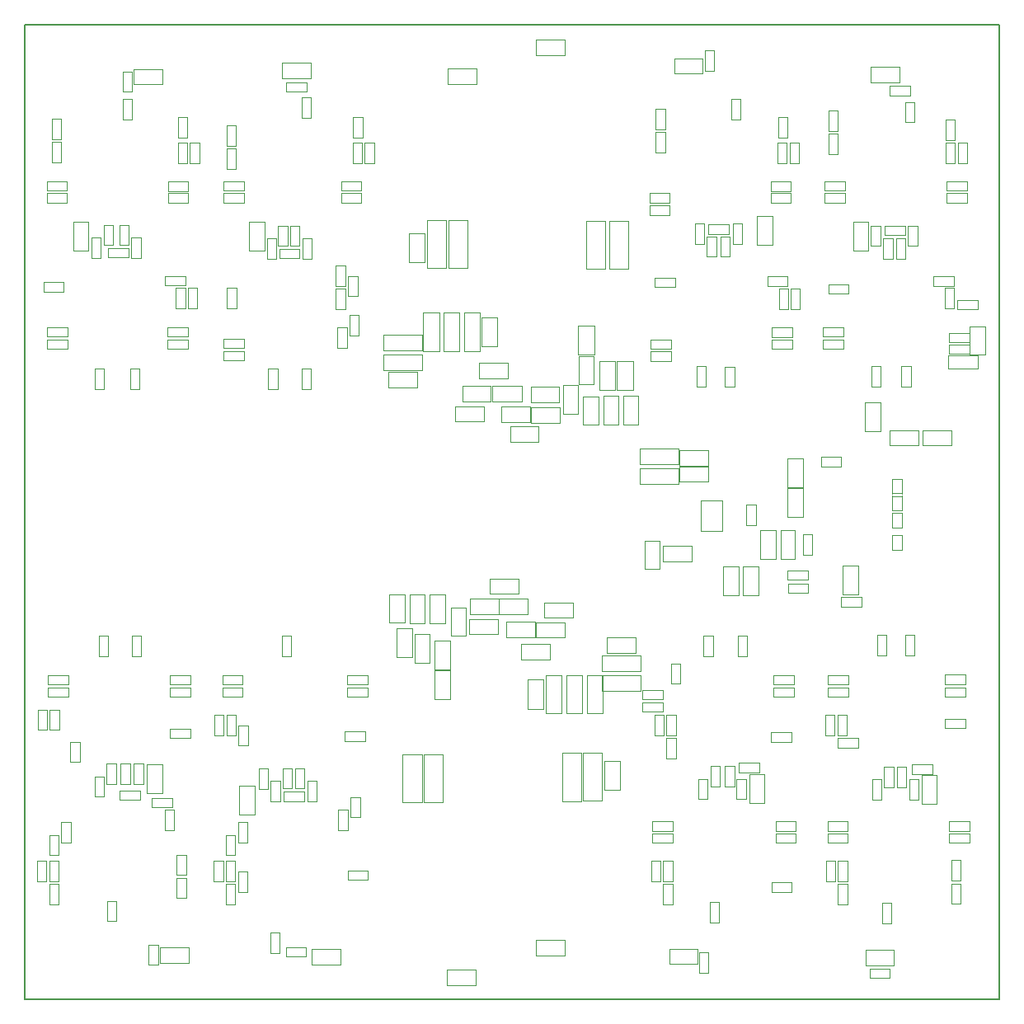
<source format=gbr>
G04 (created by PCBNEW (2013-05-16 BZR 4016)-stable) date 12. 1. 2014 16:37:22*
%MOIN*%
G04 Gerber Fmt 3.4, Leading zero omitted, Abs format*
%FSLAX34Y34*%
G01*
G70*
G90*
G04 APERTURE LIST*
%ADD10C,0.00590551*%
%ADD11C,0.002*%
G04 APERTURE END LIST*
G54D10*
X38779Y-61023D02*
X78149Y-61023D01*
X78149Y-61023D02*
X78149Y-21653D01*
X78149Y-21653D02*
X38779Y-21653D01*
X38779Y-21653D02*
X38779Y-61023D01*
G54D11*
X59441Y-22231D02*
X60599Y-22231D01*
X60599Y-22231D02*
X60599Y-22868D01*
X60589Y-22868D02*
X59431Y-22868D01*
X59431Y-22868D02*
X59431Y-22231D01*
X56666Y-29538D02*
X56666Y-31484D01*
X55892Y-31484D02*
X55892Y-29538D01*
X55892Y-29538D02*
X56666Y-29538D01*
X56666Y-31484D02*
X55892Y-31484D01*
X55800Y-29538D02*
X55800Y-31484D01*
X55026Y-31484D02*
X55026Y-29538D01*
X55026Y-29538D02*
X55800Y-29538D01*
X55800Y-31484D02*
X55026Y-31484D01*
X62237Y-29558D02*
X62237Y-31504D01*
X61463Y-31504D02*
X61463Y-29558D01*
X61463Y-29558D02*
X62237Y-29558D01*
X62237Y-31504D02*
X61463Y-31504D01*
X63162Y-29558D02*
X63162Y-31504D01*
X62388Y-31504D02*
X62388Y-29558D01*
X62388Y-29558D02*
X63162Y-29558D01*
X63162Y-31504D02*
X62388Y-31504D01*
X60498Y-53029D02*
X60498Y-51083D01*
X61272Y-51083D02*
X61272Y-53029D01*
X61272Y-53029D02*
X60498Y-53029D01*
X60498Y-51083D02*
X61272Y-51083D01*
X61325Y-53009D02*
X61325Y-51063D01*
X62099Y-51063D02*
X62099Y-53009D01*
X62099Y-53009D02*
X61325Y-53009D01*
X61325Y-51063D02*
X62099Y-51063D01*
X54888Y-53079D02*
X54888Y-51133D01*
X55662Y-51133D02*
X55662Y-53079D01*
X55662Y-53079D02*
X54888Y-53079D01*
X54888Y-51133D02*
X55662Y-51133D01*
X54042Y-53079D02*
X54042Y-51133D01*
X54816Y-51133D02*
X54816Y-53079D01*
X54816Y-53079D02*
X54042Y-53079D01*
X54042Y-51133D02*
X54816Y-51133D01*
X74215Y-41377D02*
X74215Y-41968D01*
X74215Y-41966D02*
X73835Y-41966D01*
X73835Y-41968D02*
X73835Y-41377D01*
X73835Y-41379D02*
X74215Y-41379D01*
X74215Y-40688D02*
X74215Y-41279D01*
X74215Y-41277D02*
X73835Y-41277D01*
X73835Y-41279D02*
X73835Y-40688D01*
X73835Y-40690D02*
X74215Y-40690D01*
X74225Y-42283D02*
X74225Y-42874D01*
X74225Y-42872D02*
X73845Y-42872D01*
X73845Y-42874D02*
X73845Y-42283D01*
X73845Y-42285D02*
X74225Y-42285D01*
X74215Y-40000D02*
X74215Y-40590D01*
X74215Y-40588D02*
X73835Y-40588D01*
X73835Y-40590D02*
X73835Y-40000D01*
X73835Y-40001D02*
X74215Y-40001D01*
X69894Y-42058D02*
X69894Y-43216D01*
X69894Y-43226D02*
X69337Y-43226D01*
X69337Y-43226D02*
X69337Y-42068D01*
X69337Y-42058D02*
X69894Y-42058D01*
X76113Y-34996D02*
X77271Y-34996D01*
X77281Y-34996D02*
X77281Y-35554D01*
X77281Y-35554D02*
X76123Y-35554D01*
X76113Y-35554D02*
X76113Y-34996D01*
X66099Y-42114D02*
X66099Y-40857D01*
X66099Y-40857D02*
X66951Y-40857D01*
X66951Y-40867D02*
X66951Y-42104D01*
X66951Y-42114D02*
X66099Y-42114D01*
X44338Y-24048D02*
X43180Y-24048D01*
X43180Y-24048D02*
X43180Y-23431D01*
X43180Y-23431D02*
X44338Y-23431D01*
X44338Y-23431D02*
X44338Y-24048D01*
X50332Y-23802D02*
X49174Y-23802D01*
X49174Y-23802D02*
X49174Y-23185D01*
X49174Y-23185D02*
X50332Y-23185D01*
X50332Y-23185D02*
X50332Y-23802D01*
X48448Y-29617D02*
X48448Y-30775D01*
X48448Y-30775D02*
X47831Y-30775D01*
X47831Y-30775D02*
X47831Y-29617D01*
X47831Y-29617D02*
X48448Y-29617D01*
X41331Y-29598D02*
X41331Y-30756D01*
X41331Y-30756D02*
X40715Y-30756D01*
X40715Y-30756D02*
X40715Y-29598D01*
X40715Y-29598D02*
X41331Y-29598D01*
X43707Y-52695D02*
X43707Y-51537D01*
X43707Y-51537D02*
X44324Y-51537D01*
X44324Y-51537D02*
X44324Y-52695D01*
X44324Y-52695D02*
X43707Y-52695D01*
X47437Y-53571D02*
X47437Y-52413D01*
X47437Y-52413D02*
X48054Y-52413D01*
X48054Y-52413D02*
X48054Y-53571D01*
X48054Y-53571D02*
X47437Y-53571D01*
X45391Y-59570D02*
X44233Y-59570D01*
X44233Y-59570D02*
X44233Y-58953D01*
X44233Y-58953D02*
X45391Y-58953D01*
X45391Y-58953D02*
X45391Y-59570D01*
X51523Y-59629D02*
X50365Y-59629D01*
X50365Y-59629D02*
X50365Y-59012D01*
X50365Y-59012D02*
X51523Y-59012D01*
X51523Y-59012D02*
X51523Y-59629D01*
X64814Y-58992D02*
X65972Y-58992D01*
X65972Y-58992D02*
X65972Y-59609D01*
X65972Y-59609D02*
X64814Y-59609D01*
X64814Y-59609D02*
X64814Y-58992D01*
X72747Y-59051D02*
X73905Y-59051D01*
X73905Y-59051D02*
X73905Y-59668D01*
X73905Y-59668D02*
X72747Y-59668D01*
X72747Y-59668D02*
X72747Y-59051D01*
X68057Y-53108D02*
X68057Y-51950D01*
X68057Y-51950D02*
X68674Y-51950D01*
X68674Y-51950D02*
X68674Y-53108D01*
X68674Y-53108D02*
X68057Y-53108D01*
X75016Y-53138D02*
X75016Y-51980D01*
X75016Y-51980D02*
X75633Y-51980D01*
X75633Y-51980D02*
X75633Y-53138D01*
X75633Y-53138D02*
X75016Y-53138D01*
X68989Y-29381D02*
X68989Y-30539D01*
X68989Y-30539D02*
X68372Y-30539D01*
X68372Y-30539D02*
X68372Y-29381D01*
X68372Y-29381D02*
X68989Y-29381D01*
X72867Y-29598D02*
X72867Y-30756D01*
X72867Y-30756D02*
X72250Y-30756D01*
X72250Y-30756D02*
X72250Y-29598D01*
X72250Y-29598D02*
X72867Y-29598D01*
X65021Y-22998D02*
X66179Y-22998D01*
X66179Y-22998D02*
X66179Y-23615D01*
X66179Y-23615D02*
X65021Y-23615D01*
X65021Y-23615D02*
X65021Y-22998D01*
X72974Y-23353D02*
X74132Y-23353D01*
X74132Y-23353D02*
X74132Y-23969D01*
X74132Y-23969D02*
X72974Y-23969D01*
X72974Y-23969D02*
X72974Y-23353D01*
X59091Y-49279D02*
X59091Y-48121D01*
X59091Y-48121D02*
X59727Y-48121D01*
X59727Y-48131D02*
X59727Y-49289D01*
X59727Y-49289D02*
X59091Y-49289D01*
X57240Y-34634D02*
X57240Y-33476D01*
X57240Y-33476D02*
X57877Y-33476D01*
X57877Y-33485D02*
X57877Y-34643D01*
X57877Y-34643D02*
X57240Y-34643D01*
X53476Y-35666D02*
X54634Y-35666D01*
X54634Y-35666D02*
X54634Y-36302D01*
X54624Y-36302D02*
X53466Y-36302D01*
X53466Y-36302D02*
X53466Y-35666D01*
X57029Y-24038D02*
X55871Y-24038D01*
X55871Y-24038D02*
X55871Y-23401D01*
X55880Y-23401D02*
X57038Y-23401D01*
X57038Y-23401D02*
X57038Y-24038D01*
X56989Y-60463D02*
X55831Y-60463D01*
X55831Y-60463D02*
X55831Y-59826D01*
X55840Y-59826D02*
X56998Y-59826D01*
X56998Y-59826D02*
X56998Y-60463D01*
X59441Y-58641D02*
X60599Y-58641D01*
X60599Y-58641D02*
X60599Y-59278D01*
X60589Y-59278D02*
X59431Y-59278D01*
X59431Y-59278D02*
X59431Y-58641D01*
X66386Y-39491D02*
X65228Y-39491D01*
X65228Y-39491D02*
X65228Y-38855D01*
X65237Y-38855D02*
X66395Y-38855D01*
X66395Y-38855D02*
X66395Y-39491D01*
X66386Y-40101D02*
X65228Y-40101D01*
X65228Y-40101D02*
X65228Y-39465D01*
X65237Y-39465D02*
X66395Y-39465D01*
X66395Y-39465D02*
X66395Y-40101D01*
X64578Y-42693D02*
X65736Y-42693D01*
X65736Y-42693D02*
X65736Y-43329D01*
X65726Y-43329D02*
X64568Y-43329D01*
X64568Y-43329D02*
X64568Y-42693D01*
X57940Y-44840D02*
X59098Y-44840D01*
X59098Y-44840D02*
X59098Y-45477D01*
X59088Y-45477D02*
X57930Y-45477D01*
X57930Y-45477D02*
X57930Y-44840D01*
X57909Y-45469D02*
X56751Y-45469D01*
X56751Y-45469D02*
X56751Y-44832D01*
X56760Y-44832D02*
X57918Y-44832D01*
X57918Y-44832D02*
X57918Y-45469D01*
X53796Y-47193D02*
X53796Y-46035D01*
X53796Y-46035D02*
X54432Y-46035D01*
X54432Y-46045D02*
X54432Y-47203D01*
X54432Y-47203D02*
X53796Y-47203D01*
X62181Y-52557D02*
X62181Y-51399D01*
X62181Y-51399D02*
X62818Y-51399D01*
X62818Y-51409D02*
X62818Y-52567D01*
X62818Y-52567D02*
X62181Y-52567D01*
X58854Y-46666D02*
X60012Y-46666D01*
X60012Y-46666D02*
X60012Y-47303D01*
X60002Y-47303D02*
X58844Y-47303D01*
X58844Y-47303D02*
X58844Y-46666D01*
X62295Y-46414D02*
X63453Y-46414D01*
X63453Y-46414D02*
X63453Y-47050D01*
X63443Y-47050D02*
X62285Y-47050D01*
X62285Y-47050D02*
X62285Y-46414D01*
X58243Y-45784D02*
X59401Y-45784D01*
X59401Y-45784D02*
X59401Y-46421D01*
X59391Y-46421D02*
X58233Y-46421D01*
X58233Y-46421D02*
X58233Y-45784D01*
X55963Y-47753D02*
X55963Y-48911D01*
X55963Y-48911D02*
X55326Y-48911D01*
X55326Y-48901D02*
X55326Y-47743D01*
X55326Y-47743D02*
X55963Y-47743D01*
X59201Y-37693D02*
X58043Y-37693D01*
X58043Y-37693D02*
X58043Y-37056D01*
X58052Y-37056D02*
X59210Y-37056D01*
X59210Y-37056D02*
X59210Y-37693D01*
X59247Y-37103D02*
X60405Y-37103D01*
X60405Y-37103D02*
X60405Y-37740D01*
X60395Y-37740D02*
X59237Y-37740D01*
X59237Y-37740D02*
X59237Y-37103D01*
X63349Y-35247D02*
X63349Y-36405D01*
X63349Y-36405D02*
X62713Y-36405D01*
X62713Y-36395D02*
X62713Y-35237D01*
X62713Y-35237D02*
X63349Y-35237D01*
X54924Y-30090D02*
X54924Y-31248D01*
X54924Y-31248D02*
X54288Y-31248D01*
X54288Y-31238D02*
X54288Y-30080D01*
X54288Y-30080D02*
X54924Y-30080D01*
X58303Y-35953D02*
X57145Y-35953D01*
X57145Y-35953D02*
X57145Y-35316D01*
X57154Y-35316D02*
X58312Y-35316D01*
X58312Y-35316D02*
X58312Y-35953D01*
X58838Y-36866D02*
X57680Y-36866D01*
X57680Y-36866D02*
X57680Y-36229D01*
X57689Y-36229D02*
X58847Y-36229D01*
X58847Y-36229D02*
X58847Y-36866D01*
X61145Y-34978D02*
X61145Y-33820D01*
X61145Y-33820D02*
X61782Y-33820D01*
X61782Y-33829D02*
X61782Y-34987D01*
X61782Y-34987D02*
X61145Y-34987D01*
X63633Y-39563D02*
X65185Y-39563D01*
X65185Y-40199D02*
X63633Y-40199D01*
X63633Y-40199D02*
X63633Y-39563D01*
X65185Y-39563D02*
X65185Y-40199D01*
X63633Y-38756D02*
X65185Y-38756D01*
X65185Y-39392D02*
X63633Y-39392D01*
X63633Y-39392D02*
X63633Y-38756D01*
X65185Y-38756D02*
X65185Y-39392D01*
X60475Y-47924D02*
X60475Y-49476D01*
X59839Y-49476D02*
X59839Y-47924D01*
X59839Y-47924D02*
X60475Y-47924D01*
X60475Y-49476D02*
X59839Y-49476D01*
X61302Y-47924D02*
X61302Y-49476D01*
X60666Y-49476D02*
X60666Y-47924D01*
X60666Y-47924D02*
X61302Y-47924D01*
X61302Y-49476D02*
X60666Y-49476D01*
X62129Y-47924D02*
X62129Y-49476D01*
X61492Y-49476D02*
X61492Y-47924D01*
X61492Y-47924D02*
X62129Y-47924D01*
X62129Y-49476D02*
X61492Y-49476D01*
X62098Y-47949D02*
X63650Y-47949D01*
X63650Y-48585D02*
X62098Y-48585D01*
X62098Y-48585D02*
X62098Y-47949D01*
X63650Y-47949D02*
X63650Y-48585D01*
X62098Y-47122D02*
X63650Y-47122D01*
X63650Y-47759D02*
X62098Y-47759D01*
X62098Y-47759D02*
X62098Y-47122D01*
X63650Y-47122D02*
X63650Y-47759D01*
X56532Y-34831D02*
X56532Y-33279D01*
X57168Y-33279D02*
X57168Y-34831D01*
X57168Y-34831D02*
X56532Y-34831D01*
X56532Y-33279D02*
X57168Y-33279D01*
X55705Y-34831D02*
X55705Y-33279D01*
X56341Y-33279D02*
X56341Y-34831D01*
X56341Y-34831D02*
X55705Y-34831D01*
X55705Y-33279D02*
X56341Y-33279D01*
X54878Y-34831D02*
X54878Y-33279D01*
X55514Y-33279D02*
X55514Y-34831D01*
X55514Y-34831D02*
X54878Y-34831D01*
X54878Y-33279D02*
X55514Y-33279D01*
X54831Y-34806D02*
X53279Y-34806D01*
X53279Y-34170D02*
X54831Y-34170D01*
X54831Y-34170D02*
X54831Y-34806D01*
X53279Y-34806D02*
X53279Y-34170D01*
X54831Y-35593D02*
X53279Y-35593D01*
X53279Y-34957D02*
X54831Y-34957D01*
X54831Y-34957D02*
X54831Y-35593D01*
X53279Y-35593D02*
X53279Y-34957D01*
X68418Y-43535D02*
X68418Y-44693D01*
X68418Y-44693D02*
X67801Y-44693D01*
X67801Y-44693D02*
X67801Y-43535D01*
X67801Y-43535D02*
X68418Y-43535D01*
X67621Y-43535D02*
X67621Y-44693D01*
X67621Y-44693D02*
X67004Y-44693D01*
X67004Y-44693D02*
X67004Y-43535D01*
X67004Y-43535D02*
X67621Y-43535D01*
X72453Y-43515D02*
X72453Y-44673D01*
X72453Y-44673D02*
X71837Y-44673D01*
X71837Y-44673D02*
X71837Y-43515D01*
X71837Y-43515D02*
X72453Y-43515D01*
X68510Y-43226D02*
X68510Y-42068D01*
X68510Y-42068D02*
X69127Y-42068D01*
X69127Y-42068D02*
X69127Y-43226D01*
X69127Y-43226D02*
X68510Y-43226D01*
X76975Y-34988D02*
X76975Y-33830D01*
X76975Y-33830D02*
X77591Y-33830D01*
X77591Y-33830D02*
X77591Y-34988D01*
X77591Y-34988D02*
X76975Y-34988D01*
X73359Y-36901D02*
X73359Y-38059D01*
X73359Y-38059D02*
X72742Y-38059D01*
X72742Y-38059D02*
X72742Y-36901D01*
X72742Y-36901D02*
X73359Y-36901D01*
X75070Y-38038D02*
X76228Y-38038D01*
X76228Y-38038D02*
X76228Y-38654D01*
X76228Y-38654D02*
X75070Y-38654D01*
X75070Y-38654D02*
X75070Y-38038D01*
X74890Y-38654D02*
X73732Y-38654D01*
X73732Y-38654D02*
X73732Y-38038D01*
X73732Y-38038D02*
X74890Y-38038D01*
X74890Y-38038D02*
X74890Y-38654D01*
X70219Y-39184D02*
X70219Y-40342D01*
X70219Y-40342D02*
X69603Y-40342D01*
X69603Y-40342D02*
X69603Y-39184D01*
X69603Y-39184D02*
X70219Y-39184D01*
X70219Y-40385D02*
X70219Y-41543D01*
X70219Y-41543D02*
X69603Y-41543D01*
X69603Y-41543D02*
X69603Y-40385D01*
X69603Y-40385D02*
X70219Y-40385D01*
X64442Y-42491D02*
X64442Y-43649D01*
X64442Y-43649D02*
X63825Y-43649D01*
X63825Y-43649D02*
X63825Y-42491D01*
X63825Y-42491D02*
X64442Y-42491D01*
X56611Y-45194D02*
X56611Y-46352D01*
X56611Y-46352D02*
X55994Y-46352D01*
X55994Y-46352D02*
X55994Y-45194D01*
X55994Y-45194D02*
X56611Y-45194D01*
X54521Y-47438D02*
X54521Y-46280D01*
X54521Y-46280D02*
X55138Y-46280D01*
X55138Y-46280D02*
X55138Y-47438D01*
X55138Y-47438D02*
X54521Y-47438D01*
X54324Y-45824D02*
X54324Y-44666D01*
X54324Y-44666D02*
X54941Y-44666D01*
X54941Y-44666D02*
X54941Y-45824D01*
X54941Y-45824D02*
X54324Y-45824D01*
X57574Y-44031D02*
X58732Y-44031D01*
X58732Y-44031D02*
X58732Y-44648D01*
X58732Y-44648D02*
X57574Y-44648D01*
X57574Y-44648D02*
X57574Y-44031D01*
X54119Y-44662D02*
X54119Y-45820D01*
X54119Y-45820D02*
X53502Y-45820D01*
X53502Y-45820D02*
X53502Y-44662D01*
X53502Y-44662D02*
X54119Y-44662D01*
X55131Y-45824D02*
X55131Y-44666D01*
X55131Y-44666D02*
X55748Y-44666D01*
X55748Y-44666D02*
X55748Y-45824D01*
X55748Y-45824D02*
X55131Y-45824D01*
X55961Y-46532D02*
X55961Y-47690D01*
X55961Y-47690D02*
X55344Y-47690D01*
X55344Y-47690D02*
X55344Y-46532D01*
X55344Y-46532D02*
X55961Y-46532D01*
X59779Y-44995D02*
X60937Y-44995D01*
X60937Y-44995D02*
X60937Y-45612D01*
X60937Y-45612D02*
X59779Y-45612D01*
X59779Y-45612D02*
X59779Y-44995D01*
X59440Y-45794D02*
X60598Y-45794D01*
X60598Y-45794D02*
X60598Y-46411D01*
X60598Y-46411D02*
X59440Y-46411D01*
X59440Y-46411D02*
X59440Y-45794D01*
X57890Y-46278D02*
X56732Y-46278D01*
X56732Y-46278D02*
X56732Y-45661D01*
X56732Y-45661D02*
X57890Y-45661D01*
X57890Y-45661D02*
X57890Y-46278D01*
X60525Y-37379D02*
X60525Y-36221D01*
X60525Y-36221D02*
X61142Y-36221D01*
X61142Y-36221D02*
X61142Y-37379D01*
X61142Y-37379D02*
X60525Y-37379D01*
X62615Y-35233D02*
X62615Y-36391D01*
X62615Y-36391D02*
X61998Y-36391D01*
X61998Y-36391D02*
X61998Y-35233D01*
X61998Y-35233D02*
X62615Y-35233D01*
X62772Y-36631D02*
X62772Y-37789D01*
X62772Y-37789D02*
X62155Y-37789D01*
X62155Y-37789D02*
X62155Y-36631D01*
X62155Y-36631D02*
X62772Y-36631D01*
X59543Y-38502D02*
X58385Y-38502D01*
X58385Y-38502D02*
X58385Y-37885D01*
X58385Y-37885D02*
X59543Y-37885D01*
X59543Y-37885D02*
X59543Y-38502D01*
X62958Y-37793D02*
X62958Y-36635D01*
X62958Y-36635D02*
X63575Y-36635D01*
X63575Y-36635D02*
X63575Y-37793D01*
X63575Y-37793D02*
X62958Y-37793D01*
X61953Y-36662D02*
X61953Y-37820D01*
X61953Y-37820D02*
X61336Y-37820D01*
X61336Y-37820D02*
X61336Y-36662D01*
X61336Y-36662D02*
X61953Y-36662D01*
X61147Y-36186D02*
X61147Y-35028D01*
X61147Y-35028D02*
X61764Y-35028D01*
X61764Y-35028D02*
X61764Y-36186D01*
X61764Y-36186D02*
X61147Y-36186D01*
X57327Y-37683D02*
X56169Y-37683D01*
X56169Y-37683D02*
X56169Y-37066D01*
X56169Y-37066D02*
X57327Y-37066D01*
X57327Y-37066D02*
X57327Y-37683D01*
X57606Y-36856D02*
X56448Y-36856D01*
X56448Y-36856D02*
X56448Y-36239D01*
X56448Y-36239D02*
X57606Y-36239D01*
X57606Y-36239D02*
X57606Y-36856D01*
X59220Y-36287D02*
X60378Y-36287D01*
X60378Y-36287D02*
X60378Y-36904D01*
X60378Y-36904D02*
X59220Y-36904D01*
X59220Y-36904D02*
X59220Y-36287D01*
X70613Y-42235D02*
X70613Y-43059D01*
X70613Y-43059D02*
X70233Y-43059D01*
X70233Y-43059D02*
X70233Y-42235D01*
X70233Y-42235D02*
X70613Y-42235D01*
X71773Y-44780D02*
X72596Y-44780D01*
X72596Y-44780D02*
X72596Y-45160D01*
X72596Y-45160D02*
X71773Y-45160D01*
X71773Y-45160D02*
X71773Y-44780D01*
X69617Y-44239D02*
X70441Y-44239D01*
X70441Y-44239D02*
X70441Y-44619D01*
X70441Y-44619D02*
X69617Y-44619D01*
X69617Y-44619D02*
X69617Y-44239D01*
X43556Y-51507D02*
X43556Y-52330D01*
X43556Y-52330D02*
X43176Y-52330D01*
X43176Y-52330D02*
X43176Y-51507D01*
X43176Y-51507D02*
X43556Y-51507D01*
X49233Y-52644D02*
X50057Y-52644D01*
X50057Y-52644D02*
X50057Y-53024D01*
X50057Y-53024D02*
X49233Y-53024D01*
X49233Y-53024D02*
X49233Y-52644D01*
X44156Y-58830D02*
X44156Y-59653D01*
X44156Y-59653D02*
X43776Y-59653D01*
X43776Y-59653D02*
X43776Y-58830D01*
X43776Y-58830D02*
X44156Y-58830D01*
X50145Y-59314D02*
X49322Y-59314D01*
X49322Y-59314D02*
X49322Y-58934D01*
X49322Y-58934D02*
X50145Y-58934D01*
X50145Y-58934D02*
X50145Y-59314D01*
X68462Y-51863D02*
X67639Y-51863D01*
X67639Y-51863D02*
X67639Y-51483D01*
X67639Y-51483D02*
X68462Y-51483D01*
X68462Y-51483D02*
X68462Y-51863D01*
X75460Y-51922D02*
X74637Y-51922D01*
X74637Y-51922D02*
X74637Y-51542D01*
X74637Y-51542D02*
X75460Y-51542D01*
X75460Y-51542D02*
X75460Y-51922D01*
X66410Y-59155D02*
X66410Y-59978D01*
X66410Y-59978D02*
X66030Y-59978D01*
X66030Y-59978D02*
X66030Y-59155D01*
X66030Y-59155D02*
X66410Y-59155D01*
X73738Y-60170D02*
X72915Y-60170D01*
X72915Y-60170D02*
X72915Y-59790D01*
X72915Y-59790D02*
X73738Y-59790D01*
X73738Y-59790D02*
X73738Y-60170D01*
X73525Y-29770D02*
X74348Y-29770D01*
X74348Y-29770D02*
X74348Y-30150D01*
X74348Y-30150D02*
X73525Y-30150D01*
X73525Y-30150D02*
X73525Y-29770D01*
X67222Y-30091D02*
X66399Y-30091D01*
X66399Y-30091D02*
X66399Y-29711D01*
X66399Y-29711D02*
X67222Y-29711D01*
X67222Y-29711D02*
X67222Y-30091D01*
X73732Y-24111D02*
X74555Y-24111D01*
X74555Y-24111D02*
X74555Y-24491D01*
X74555Y-24491D02*
X73732Y-24491D01*
X73732Y-24491D02*
X73732Y-24111D01*
X66266Y-23512D02*
X66266Y-22688D01*
X66266Y-22688D02*
X66646Y-22688D01*
X66646Y-22688D02*
X66646Y-23512D01*
X66646Y-23512D02*
X66266Y-23512D01*
X49880Y-31075D02*
X49056Y-31075D01*
X49056Y-31075D02*
X49056Y-30695D01*
X49056Y-30695D02*
X49880Y-30695D01*
X49880Y-30695D02*
X49880Y-31075D01*
X42127Y-30656D02*
X42951Y-30656D01*
X42951Y-30656D02*
X42951Y-31036D01*
X42951Y-31036D02*
X42127Y-31036D01*
X42127Y-31036D02*
X42127Y-30656D01*
X49332Y-23963D02*
X50155Y-23963D01*
X50155Y-23963D02*
X50155Y-24343D01*
X50155Y-24343D02*
X49332Y-24343D01*
X49332Y-24343D02*
X49332Y-23963D01*
X43103Y-23525D02*
X43103Y-24348D01*
X43103Y-24348D02*
X42723Y-24348D01*
X42723Y-24348D02*
X42723Y-23525D01*
X42723Y-23525D02*
X43103Y-23525D01*
X68319Y-41045D02*
X68319Y-41868D01*
X68319Y-41868D02*
X67939Y-41868D01*
X67939Y-41868D02*
X67939Y-41045D01*
X67939Y-41045D02*
X68319Y-41045D01*
X70956Y-39111D02*
X71779Y-39111D01*
X71779Y-39111D02*
X71779Y-39491D01*
X71779Y-39491D02*
X70956Y-39491D01*
X70956Y-39491D02*
X70956Y-39111D01*
X41758Y-47163D02*
X41758Y-46340D01*
X41758Y-46340D02*
X42138Y-46340D01*
X42138Y-46340D02*
X42138Y-47163D01*
X42138Y-47163D02*
X41758Y-47163D01*
X40987Y-50631D02*
X40987Y-51454D01*
X40987Y-51454D02*
X40607Y-51454D01*
X40607Y-51454D02*
X40607Y-50631D01*
X40607Y-50631D02*
X40987Y-50631D01*
X40529Y-48812D02*
X39706Y-48812D01*
X39706Y-48812D02*
X39706Y-48432D01*
X39706Y-48432D02*
X40529Y-48432D01*
X40529Y-48432D02*
X40529Y-48812D01*
X43423Y-52975D02*
X42600Y-52975D01*
X42600Y-52975D02*
X42600Y-52595D01*
X42600Y-52595D02*
X43423Y-52595D01*
X43423Y-52595D02*
X43423Y-52975D01*
X44627Y-48432D02*
X45451Y-48432D01*
X45451Y-48432D02*
X45451Y-48812D01*
X45451Y-48812D02*
X44627Y-48812D01*
X44627Y-48812D02*
X44627Y-48432D01*
X44627Y-50105D02*
X45451Y-50105D01*
X45451Y-50105D02*
X45451Y-50485D01*
X45451Y-50485D02*
X44627Y-50485D01*
X44627Y-50485D02*
X44627Y-50105D01*
X43024Y-51517D02*
X43024Y-52340D01*
X43024Y-52340D02*
X42644Y-52340D01*
X42644Y-52340D02*
X42644Y-51517D01*
X42644Y-51517D02*
X43024Y-51517D01*
X42453Y-51517D02*
X42453Y-52340D01*
X42453Y-52340D02*
X42073Y-52340D01*
X42073Y-52340D02*
X42073Y-51517D01*
X42073Y-51517D02*
X42453Y-51517D01*
X40160Y-49322D02*
X40160Y-50145D01*
X40160Y-50145D02*
X39780Y-50145D01*
X39780Y-50145D02*
X39780Y-49322D01*
X39780Y-49322D02*
X40160Y-49322D01*
X40529Y-48319D02*
X39706Y-48319D01*
X39706Y-48319D02*
X39706Y-47939D01*
X39706Y-47939D02*
X40529Y-47939D01*
X40529Y-47939D02*
X40529Y-48319D01*
X44627Y-47939D02*
X45451Y-47939D01*
X45451Y-47939D02*
X45451Y-48319D01*
X45451Y-48319D02*
X44627Y-48319D01*
X44627Y-48319D02*
X44627Y-47939D01*
X51704Y-50213D02*
X52527Y-50213D01*
X52527Y-50213D02*
X52527Y-50593D01*
X52527Y-50593D02*
X51704Y-50593D01*
X51704Y-50593D02*
X51704Y-50213D01*
X47577Y-48812D02*
X46753Y-48812D01*
X46753Y-48812D02*
X46753Y-48432D01*
X46753Y-48432D02*
X47577Y-48432D01*
X47577Y-48432D02*
X47577Y-48812D01*
X48595Y-51704D02*
X48595Y-52527D01*
X48595Y-52527D02*
X48215Y-52527D01*
X48215Y-52527D02*
X48215Y-51704D01*
X48215Y-51704D02*
X48595Y-51704D01*
X49160Y-47163D02*
X49160Y-46340D01*
X49160Y-46340D02*
X49540Y-46340D01*
X49540Y-46340D02*
X49540Y-47163D01*
X49540Y-47163D02*
X49160Y-47163D01*
X51812Y-48432D02*
X52636Y-48432D01*
X52636Y-48432D02*
X52636Y-48812D01*
X52636Y-48812D02*
X51812Y-48812D01*
X51812Y-48812D02*
X51812Y-48432D01*
X47788Y-49962D02*
X47788Y-50785D01*
X47788Y-50785D02*
X47408Y-50785D01*
X47408Y-50785D02*
X47408Y-49962D01*
X47408Y-49962D02*
X47788Y-49962D01*
X50071Y-51694D02*
X50071Y-52517D01*
X50071Y-52517D02*
X49691Y-52517D01*
X49691Y-52517D02*
X49691Y-51694D01*
X49691Y-51694D02*
X50071Y-51694D01*
X49579Y-51694D02*
X49579Y-52517D01*
X49579Y-52517D02*
X49199Y-52517D01*
X49199Y-52517D02*
X49199Y-51694D01*
X49199Y-51694D02*
X49579Y-51694D01*
X47296Y-49548D02*
X47296Y-50372D01*
X47296Y-50372D02*
X46916Y-50372D01*
X46916Y-50372D02*
X46916Y-49548D01*
X46916Y-49548D02*
X47296Y-49548D01*
X47577Y-48319D02*
X46753Y-48319D01*
X46753Y-48319D02*
X46753Y-47939D01*
X46753Y-47939D02*
X47577Y-47939D01*
X47577Y-47939D02*
X47577Y-48319D01*
X51812Y-47939D02*
X52636Y-47939D01*
X52636Y-47939D02*
X52636Y-48319D01*
X52636Y-48319D02*
X51812Y-48319D01*
X51812Y-48319D02*
X51812Y-47939D01*
X42473Y-57058D02*
X42473Y-57882D01*
X42473Y-57882D02*
X42093Y-57882D01*
X42093Y-57882D02*
X42093Y-57058D01*
X42093Y-57058D02*
X42473Y-57058D01*
X39750Y-57203D02*
X39750Y-56379D01*
X39750Y-56379D02*
X40130Y-56379D01*
X40130Y-56379D02*
X40130Y-57203D01*
X40130Y-57203D02*
X39750Y-57203D01*
X39750Y-55214D02*
X39750Y-54391D01*
X39750Y-54391D02*
X40130Y-54391D01*
X40130Y-54391D02*
X40130Y-55214D01*
X40130Y-55214D02*
X39750Y-55214D01*
X41581Y-52852D02*
X41581Y-52029D01*
X41581Y-52029D02*
X41961Y-52029D01*
X41961Y-52029D02*
X41961Y-52852D01*
X41961Y-52852D02*
X41581Y-52852D01*
X43909Y-52890D02*
X44732Y-52890D01*
X44732Y-52890D02*
X44732Y-53270D01*
X44732Y-53270D02*
X43909Y-53270D01*
X43909Y-53270D02*
X43909Y-52890D01*
X43097Y-47163D02*
X43097Y-46340D01*
X43097Y-46340D02*
X43477Y-46340D01*
X43477Y-46340D02*
X43477Y-47163D01*
X43477Y-47163D02*
X43097Y-47163D01*
X44908Y-56947D02*
X44908Y-56123D01*
X44908Y-56123D02*
X45288Y-56123D01*
X45288Y-56123D02*
X45288Y-56947D01*
X45288Y-56947D02*
X44908Y-56947D01*
X45288Y-55198D02*
X45288Y-56021D01*
X45288Y-56021D02*
X44908Y-56021D01*
X44908Y-56021D02*
X44908Y-55198D01*
X44908Y-55198D02*
X45288Y-55198D01*
X40130Y-55454D02*
X40130Y-56277D01*
X40130Y-56277D02*
X39750Y-56277D01*
X39750Y-56277D02*
X39750Y-55454D01*
X39750Y-55454D02*
X40130Y-55454D01*
X40623Y-53879D02*
X40623Y-54703D01*
X40623Y-54703D02*
X40243Y-54703D01*
X40243Y-54703D02*
X40243Y-53879D01*
X40243Y-53879D02*
X40623Y-53879D01*
X44432Y-54191D02*
X44432Y-53367D01*
X44432Y-53367D02*
X44812Y-53367D01*
X44812Y-53367D02*
X44812Y-54191D01*
X44812Y-54191D02*
X44432Y-54191D01*
X51822Y-55823D02*
X52645Y-55823D01*
X52645Y-55823D02*
X52645Y-56203D01*
X52645Y-56203D02*
X51822Y-56203D01*
X51822Y-56203D02*
X51822Y-55823D01*
X46896Y-57203D02*
X46896Y-56379D01*
X46896Y-56379D02*
X47276Y-56379D01*
X47276Y-56379D02*
X47276Y-57203D01*
X47276Y-57203D02*
X46896Y-57203D01*
X46896Y-55214D02*
X46896Y-54391D01*
X46896Y-54391D02*
X47276Y-54391D01*
X47276Y-54391D02*
X47276Y-55214D01*
X47276Y-55214D02*
X46896Y-55214D01*
X50184Y-53029D02*
X50184Y-52206D01*
X50184Y-52206D02*
X50564Y-52206D01*
X50564Y-52206D02*
X50564Y-53029D01*
X50564Y-53029D02*
X50184Y-53029D01*
X52315Y-52856D02*
X52315Y-53679D01*
X52315Y-53679D02*
X51935Y-53679D01*
X51935Y-53679D02*
X51935Y-52856D01*
X51935Y-52856D02*
X52315Y-52856D01*
X47768Y-55867D02*
X47768Y-56691D01*
X47768Y-56691D02*
X47388Y-56691D01*
X47388Y-56691D02*
X47388Y-55867D01*
X47388Y-55867D02*
X47768Y-55867D01*
X48707Y-53029D02*
X48707Y-52206D01*
X48707Y-52206D02*
X49087Y-52206D01*
X49087Y-52206D02*
X49087Y-53029D01*
X49087Y-53029D02*
X48707Y-53029D01*
X49077Y-58338D02*
X49077Y-59161D01*
X49077Y-59161D02*
X48697Y-59161D01*
X48697Y-59161D02*
X48697Y-58338D01*
X48697Y-58338D02*
X49077Y-58338D01*
X47276Y-55454D02*
X47276Y-56277D01*
X47276Y-56277D02*
X46896Y-56277D01*
X46896Y-56277D02*
X46896Y-55454D01*
X46896Y-55454D02*
X47276Y-55454D01*
X47768Y-53879D02*
X47768Y-54703D01*
X47768Y-54703D02*
X47388Y-54703D01*
X47388Y-54703D02*
X47388Y-53879D01*
X47388Y-53879D02*
X47768Y-53879D01*
X51443Y-54191D02*
X51443Y-53367D01*
X51443Y-53367D02*
X51823Y-53367D01*
X51823Y-53367D02*
X51823Y-54191D01*
X51823Y-54191D02*
X51443Y-54191D01*
X67546Y-52951D02*
X67546Y-52127D01*
X67546Y-52127D02*
X67926Y-52127D01*
X67926Y-52127D02*
X67926Y-52951D01*
X67926Y-52951D02*
X67546Y-52951D01*
X64565Y-48910D02*
X63741Y-48910D01*
X63741Y-48910D02*
X63741Y-48530D01*
X63741Y-48530D02*
X64565Y-48530D01*
X64565Y-48530D02*
X64565Y-48910D01*
X67585Y-47163D02*
X67585Y-46340D01*
X67585Y-46340D02*
X67965Y-46340D01*
X67965Y-46340D02*
X67965Y-47163D01*
X67965Y-47163D02*
X67585Y-47163D01*
X66207Y-47163D02*
X66207Y-46340D01*
X66207Y-46340D02*
X66587Y-46340D01*
X66587Y-46340D02*
X66587Y-47163D01*
X66587Y-47163D02*
X66207Y-47163D01*
X69037Y-48432D02*
X69860Y-48432D01*
X69860Y-48432D02*
X69860Y-48812D01*
X69860Y-48812D02*
X69037Y-48812D01*
X69037Y-48812D02*
X69037Y-48432D01*
X64711Y-51297D02*
X64711Y-50474D01*
X64711Y-50474D02*
X65091Y-50474D01*
X65091Y-50474D02*
X65091Y-51297D01*
X65091Y-51297D02*
X64711Y-51297D01*
X67453Y-51615D02*
X67453Y-52439D01*
X67453Y-52439D02*
X67073Y-52439D01*
X67073Y-52439D02*
X67073Y-51615D01*
X67073Y-51615D02*
X67453Y-51615D01*
X66863Y-51615D02*
X66863Y-52439D01*
X66863Y-52439D02*
X66483Y-52439D01*
X66483Y-52439D02*
X66483Y-51615D01*
X66483Y-51615D02*
X66863Y-51615D01*
X65091Y-49548D02*
X65091Y-50372D01*
X65091Y-50372D02*
X64711Y-50372D01*
X64711Y-50372D02*
X64711Y-49548D01*
X64711Y-49548D02*
X65091Y-49548D01*
X64888Y-48285D02*
X64888Y-47462D01*
X64888Y-47462D02*
X65268Y-47462D01*
X65268Y-47462D02*
X65268Y-48285D01*
X65268Y-48285D02*
X64888Y-48285D01*
X69037Y-47939D02*
X69860Y-47939D01*
X69860Y-47939D02*
X69860Y-48319D01*
X69860Y-48319D02*
X69037Y-48319D01*
X69037Y-48319D02*
X69037Y-47939D01*
X74514Y-52970D02*
X74514Y-52147D01*
X74514Y-52147D02*
X74894Y-52147D01*
X74894Y-52147D02*
X74894Y-52970D01*
X74894Y-52970D02*
X74514Y-52970D01*
X74357Y-47143D02*
X74357Y-46320D01*
X74357Y-46320D02*
X74737Y-46320D01*
X74737Y-46320D02*
X74737Y-47143D01*
X74737Y-47143D02*
X74357Y-47143D01*
X72065Y-48812D02*
X71241Y-48812D01*
X71241Y-48812D02*
X71241Y-48432D01*
X71241Y-48432D02*
X72065Y-48432D01*
X72065Y-48432D02*
X72065Y-48812D01*
X73215Y-47143D02*
X73215Y-46320D01*
X73215Y-46320D02*
X73595Y-46320D01*
X73595Y-46320D02*
X73595Y-47143D01*
X73595Y-47143D02*
X73215Y-47143D01*
X75966Y-48432D02*
X76789Y-48432D01*
X76789Y-48432D02*
X76789Y-48812D01*
X76789Y-48812D02*
X75966Y-48812D01*
X75966Y-48812D02*
X75966Y-48432D01*
X72449Y-50859D02*
X71625Y-50859D01*
X71625Y-50859D02*
X71625Y-50479D01*
X71625Y-50479D02*
X72449Y-50479D01*
X72449Y-50479D02*
X72449Y-50859D01*
X74402Y-51635D02*
X74402Y-52458D01*
X74402Y-52458D02*
X74022Y-52458D01*
X74022Y-52458D02*
X74022Y-51635D01*
X74022Y-51635D02*
X74402Y-51635D01*
X73890Y-51635D02*
X73890Y-52458D01*
X73890Y-52458D02*
X73510Y-52458D01*
X73510Y-52458D02*
X73510Y-51635D01*
X73510Y-51635D02*
X73890Y-51635D01*
X72001Y-49548D02*
X72001Y-50372D01*
X72001Y-50372D02*
X71621Y-50372D01*
X71621Y-50372D02*
X71621Y-49548D01*
X71621Y-49548D02*
X72001Y-49548D01*
X72065Y-48319D02*
X71241Y-48319D01*
X71241Y-48319D02*
X71241Y-47939D01*
X71241Y-47939D02*
X72065Y-47939D01*
X72065Y-47939D02*
X72065Y-48319D01*
X75966Y-47920D02*
X76789Y-47920D01*
X76789Y-47920D02*
X76789Y-48300D01*
X76789Y-48300D02*
X75966Y-48300D01*
X75966Y-48300D02*
X75966Y-47920D01*
X68948Y-56315D02*
X69771Y-56315D01*
X69771Y-56315D02*
X69771Y-56695D01*
X69771Y-56695D02*
X68948Y-56695D01*
X68948Y-56695D02*
X68948Y-56315D01*
X64565Y-49402D02*
X63741Y-49402D01*
X63741Y-49402D02*
X63741Y-49022D01*
X63741Y-49022D02*
X64565Y-49022D01*
X64565Y-49022D02*
X64565Y-49402D01*
X64958Y-54717D02*
X64135Y-54717D01*
X64135Y-54717D02*
X64135Y-54337D01*
X64135Y-54337D02*
X64958Y-54337D01*
X64958Y-54337D02*
X64958Y-54717D01*
X65991Y-52951D02*
X65991Y-52127D01*
X65991Y-52127D02*
X66371Y-52127D01*
X66371Y-52127D02*
X66371Y-52951D01*
X66371Y-52951D02*
X65991Y-52951D01*
X69115Y-54337D02*
X69939Y-54337D01*
X69939Y-54337D02*
X69939Y-54717D01*
X69939Y-54717D02*
X69115Y-54717D01*
X69115Y-54717D02*
X69115Y-54337D01*
X64573Y-57203D02*
X64573Y-56379D01*
X64573Y-56379D02*
X64953Y-56379D01*
X64953Y-56379D02*
X64953Y-57203D01*
X64953Y-57203D02*
X64573Y-57203D01*
X68928Y-50252D02*
X69752Y-50252D01*
X69752Y-50252D02*
X69752Y-50632D01*
X69752Y-50632D02*
X68928Y-50632D01*
X68928Y-50632D02*
X68928Y-50252D01*
X66839Y-57119D02*
X66839Y-57943D01*
X66839Y-57943D02*
X66459Y-57943D01*
X66459Y-57943D02*
X66459Y-57119D01*
X66459Y-57119D02*
X66839Y-57119D01*
X64953Y-55454D02*
X64953Y-56277D01*
X64953Y-56277D02*
X64573Y-56277D01*
X64573Y-56277D02*
X64573Y-55454D01*
X64573Y-55454D02*
X64953Y-55454D01*
X64958Y-54225D02*
X64135Y-54225D01*
X64135Y-54225D02*
X64135Y-53845D01*
X64135Y-53845D02*
X64958Y-53845D01*
X64958Y-53845D02*
X64958Y-54225D01*
X69115Y-53845D02*
X69939Y-53845D01*
X69939Y-53845D02*
X69939Y-54225D01*
X69939Y-54225D02*
X69115Y-54225D01*
X69115Y-54225D02*
X69115Y-53845D01*
X73800Y-57135D02*
X73800Y-57958D01*
X73800Y-57958D02*
X73420Y-57958D01*
X73420Y-57958D02*
X73420Y-57135D01*
X73420Y-57135D02*
X73800Y-57135D01*
X76227Y-57183D02*
X76227Y-56359D01*
X76227Y-56359D02*
X76607Y-56359D01*
X76607Y-56359D02*
X76607Y-57183D01*
X76607Y-57183D02*
X76227Y-57183D01*
X72045Y-54717D02*
X71222Y-54717D01*
X71222Y-54717D02*
X71222Y-54337D01*
X71222Y-54337D02*
X72045Y-54337D01*
X72045Y-54337D02*
X72045Y-54717D01*
X73018Y-52970D02*
X73018Y-52147D01*
X73018Y-52147D02*
X73398Y-52147D01*
X73398Y-52147D02*
X73398Y-52970D01*
X73398Y-52970D02*
X73018Y-52970D01*
X76123Y-54337D02*
X76947Y-54337D01*
X76947Y-54337D02*
X76947Y-54717D01*
X76947Y-54717D02*
X76123Y-54717D01*
X76123Y-54717D02*
X76123Y-54337D01*
X71640Y-57203D02*
X71640Y-56379D01*
X71640Y-56379D02*
X72020Y-56379D01*
X72020Y-56379D02*
X72020Y-57203D01*
X72020Y-57203D02*
X71640Y-57203D01*
X76607Y-55415D02*
X76607Y-56238D01*
X76607Y-56238D02*
X76227Y-56238D01*
X76227Y-56238D02*
X76227Y-55415D01*
X76227Y-55415D02*
X76607Y-55415D01*
X75966Y-49691D02*
X76789Y-49691D01*
X76789Y-49691D02*
X76789Y-50071D01*
X76789Y-50071D02*
X75966Y-50071D01*
X75966Y-50071D02*
X75966Y-49691D01*
X72020Y-55454D02*
X72020Y-56277D01*
X72020Y-56277D02*
X71640Y-56277D01*
X71640Y-56277D02*
X71640Y-55454D01*
X71640Y-55454D02*
X72020Y-55454D01*
X72045Y-54225D02*
X71222Y-54225D01*
X71222Y-54225D02*
X71222Y-53845D01*
X71222Y-53845D02*
X72045Y-53845D01*
X72045Y-53845D02*
X72045Y-54225D01*
X76123Y-53845D02*
X76947Y-53845D01*
X76947Y-53845D02*
X76947Y-54225D01*
X76947Y-54225D02*
X76123Y-54225D01*
X76123Y-54225D02*
X76123Y-53845D01*
X73378Y-35454D02*
X73378Y-36277D01*
X73378Y-36277D02*
X72998Y-36277D01*
X72998Y-36277D02*
X72998Y-35454D01*
X72998Y-35454D02*
X73378Y-35454D01*
X76123Y-34091D02*
X76947Y-34091D01*
X76947Y-34091D02*
X76947Y-34471D01*
X76947Y-34471D02*
X76123Y-34471D01*
X76123Y-34471D02*
X76123Y-34091D01*
X67453Y-35458D02*
X67453Y-36281D01*
X67453Y-36281D02*
X67073Y-36281D01*
X67073Y-36281D02*
X67073Y-35458D01*
X67073Y-35458D02*
X67453Y-35458D01*
X74587Y-35438D02*
X74587Y-36262D01*
X74587Y-36262D02*
X74207Y-36262D01*
X74207Y-36262D02*
X74207Y-35438D01*
X74207Y-35438D02*
X74587Y-35438D01*
X71868Y-34245D02*
X71045Y-34245D01*
X71045Y-34245D02*
X71045Y-33865D01*
X71045Y-33865D02*
X71868Y-33865D01*
X71868Y-33865D02*
X71868Y-34245D01*
X73471Y-31100D02*
X73471Y-30277D01*
X73471Y-30277D02*
X73851Y-30277D01*
X73851Y-30277D02*
X73851Y-31100D01*
X73851Y-31100D02*
X73471Y-31100D01*
X73983Y-31100D02*
X73983Y-30277D01*
X73983Y-30277D02*
X74363Y-30277D01*
X74363Y-30277D02*
X74363Y-31100D01*
X74363Y-31100D02*
X73983Y-31100D01*
X75513Y-31817D02*
X76336Y-31817D01*
X76336Y-31817D02*
X76336Y-32197D01*
X76336Y-32197D02*
X75513Y-32197D01*
X75513Y-32197D02*
X75513Y-31817D01*
X75951Y-33108D02*
X75951Y-32285D01*
X75951Y-32285D02*
X76331Y-32285D01*
X76331Y-32285D02*
X76331Y-33108D01*
X76331Y-33108D02*
X75951Y-33108D01*
X76123Y-34573D02*
X76947Y-34573D01*
X76947Y-34573D02*
X76947Y-34953D01*
X76947Y-34953D02*
X76123Y-34953D01*
X76123Y-34953D02*
X76123Y-34573D01*
X71868Y-34737D02*
X71045Y-34737D01*
X71045Y-34737D02*
X71045Y-34357D01*
X71045Y-34357D02*
X71868Y-34357D01*
X71868Y-34357D02*
X71868Y-34737D01*
X68978Y-33884D02*
X69801Y-33884D01*
X69801Y-33884D02*
X69801Y-34264D01*
X69801Y-34264D02*
X68978Y-34264D01*
X68978Y-34264D02*
X68978Y-33884D01*
X65057Y-32237D02*
X64233Y-32237D01*
X64233Y-32237D02*
X64233Y-31857D01*
X64233Y-31857D02*
X65057Y-31857D01*
X65057Y-31857D02*
X65057Y-32237D01*
X66233Y-29686D02*
X66233Y-30510D01*
X66233Y-30510D02*
X65853Y-30510D01*
X65853Y-30510D02*
X65853Y-29686D01*
X65853Y-29686D02*
X66233Y-29686D01*
X68781Y-31817D02*
X69604Y-31817D01*
X69604Y-31817D02*
X69604Y-32197D01*
X69604Y-32197D02*
X68781Y-32197D01*
X68781Y-32197D02*
X68781Y-31817D01*
X64899Y-35229D02*
X64076Y-35229D01*
X64076Y-35229D02*
X64076Y-34849D01*
X64076Y-34849D02*
X64899Y-34849D01*
X64899Y-34849D02*
X64899Y-35229D01*
X66312Y-35454D02*
X66312Y-36277D01*
X66312Y-36277D02*
X65932Y-36277D01*
X65932Y-36277D02*
X65932Y-35454D01*
X65932Y-35454D02*
X66312Y-35454D01*
X66896Y-31021D02*
X66896Y-30198D01*
X66896Y-30198D02*
X67276Y-30198D01*
X67276Y-30198D02*
X67276Y-31021D01*
X67276Y-31021D02*
X66896Y-31021D01*
X66345Y-31021D02*
X66345Y-30198D01*
X66345Y-30198D02*
X66725Y-30198D01*
X66725Y-30198D02*
X66725Y-31021D01*
X66725Y-31021D02*
X66345Y-31021D01*
X69258Y-33128D02*
X69258Y-32304D01*
X69258Y-32304D02*
X69638Y-32304D01*
X69638Y-32304D02*
X69638Y-33128D01*
X69638Y-33128D02*
X69258Y-33128D01*
X68978Y-34357D02*
X69801Y-34357D01*
X69801Y-34357D02*
X69801Y-34737D01*
X69801Y-34737D02*
X68978Y-34737D01*
X68978Y-34737D02*
X68978Y-34357D01*
X64899Y-34737D02*
X64076Y-34737D01*
X64076Y-34737D02*
X64076Y-34357D01*
X64076Y-34357D02*
X64899Y-34357D01*
X64899Y-34357D02*
X64899Y-34737D01*
X71266Y-26868D02*
X71266Y-26045D01*
X71266Y-26045D02*
X71646Y-26045D01*
X71646Y-26045D02*
X71646Y-26868D01*
X71646Y-26868D02*
X71266Y-26868D01*
X76371Y-25474D02*
X76371Y-26297D01*
X76371Y-26297D02*
X75991Y-26297D01*
X75991Y-26297D02*
X75991Y-25474D01*
X75991Y-25474D02*
X76371Y-25474D01*
X76025Y-27959D02*
X76848Y-27959D01*
X76848Y-27959D02*
X76848Y-28339D01*
X76848Y-28339D02*
X76025Y-28339D01*
X76025Y-28339D02*
X76025Y-27959D01*
X74855Y-29765D02*
X74855Y-30588D01*
X74855Y-30588D02*
X74475Y-30588D01*
X74475Y-30588D02*
X74475Y-29765D01*
X74475Y-29765D02*
X74855Y-29765D01*
X71927Y-28339D02*
X71104Y-28339D01*
X71104Y-28339D02*
X71104Y-27959D01*
X71104Y-27959D02*
X71927Y-27959D01*
X71927Y-27959D02*
X71927Y-28339D01*
X71646Y-25119D02*
X71646Y-25943D01*
X71646Y-25943D02*
X71266Y-25943D01*
X71266Y-25943D02*
X71266Y-25119D01*
X71266Y-25119D02*
X71646Y-25119D01*
X73359Y-29765D02*
X73359Y-30588D01*
X73359Y-30588D02*
X72979Y-30588D01*
X72979Y-30588D02*
X72979Y-29765D01*
X72979Y-29765D02*
X73359Y-29765D01*
X74361Y-25584D02*
X74361Y-24761D01*
X74361Y-24761D02*
X74741Y-24761D01*
X74741Y-24761D02*
X74741Y-25584D01*
X74741Y-25584D02*
X74361Y-25584D01*
X75991Y-27222D02*
X75991Y-26399D01*
X75991Y-26399D02*
X76371Y-26399D01*
X76371Y-26399D02*
X76371Y-27222D01*
X76371Y-27222D02*
X75991Y-27222D01*
X76025Y-28451D02*
X76848Y-28451D01*
X76848Y-28451D02*
X76848Y-28831D01*
X76848Y-28831D02*
X76025Y-28831D01*
X76025Y-28831D02*
X76025Y-28451D01*
X71927Y-28831D02*
X71104Y-28831D01*
X71104Y-28831D02*
X71104Y-28451D01*
X71104Y-28451D02*
X71927Y-28451D01*
X71927Y-28451D02*
X71927Y-28831D01*
X64658Y-25041D02*
X64658Y-25864D01*
X64658Y-25864D02*
X64278Y-25864D01*
X64278Y-25864D02*
X64278Y-25041D01*
X64278Y-25041D02*
X64658Y-25041D01*
X68919Y-27979D02*
X69742Y-27979D01*
X69742Y-27979D02*
X69742Y-28359D01*
X69742Y-28359D02*
X68919Y-28359D01*
X68919Y-28359D02*
X68919Y-27979D01*
X69599Y-25375D02*
X69599Y-26199D01*
X69599Y-26199D02*
X69219Y-26199D01*
X69219Y-26199D02*
X69219Y-25375D01*
X69219Y-25375D02*
X69599Y-25375D01*
X67768Y-29686D02*
X67768Y-30510D01*
X67768Y-30510D02*
X67388Y-30510D01*
X67388Y-30510D02*
X67388Y-29686D01*
X67388Y-29686D02*
X67768Y-29686D01*
X72075Y-32502D02*
X71251Y-32502D01*
X71251Y-32502D02*
X71251Y-32122D01*
X71251Y-32122D02*
X72075Y-32122D01*
X72075Y-32122D02*
X72075Y-32502D01*
X64840Y-29323D02*
X64017Y-29323D01*
X64017Y-29323D02*
X64017Y-28943D01*
X64017Y-28943D02*
X64840Y-28943D01*
X64840Y-28943D02*
X64840Y-29323D01*
X64278Y-26789D02*
X64278Y-25966D01*
X64278Y-25966D02*
X64658Y-25966D01*
X64658Y-25966D02*
X64658Y-26789D01*
X64658Y-26789D02*
X64278Y-26789D01*
X67329Y-25470D02*
X67329Y-24647D01*
X67329Y-24647D02*
X67709Y-24647D01*
X67709Y-24647D02*
X67709Y-25470D01*
X67709Y-25470D02*
X67329Y-25470D01*
X69199Y-27222D02*
X69199Y-26399D01*
X69199Y-26399D02*
X69579Y-26399D01*
X69579Y-26399D02*
X69579Y-27222D01*
X69579Y-27222D02*
X69199Y-27222D01*
X68919Y-28451D02*
X69742Y-28451D01*
X69742Y-28451D02*
X69742Y-28831D01*
X69742Y-28831D02*
X68919Y-28831D01*
X68919Y-28831D02*
X68919Y-28451D01*
X64840Y-28831D02*
X64017Y-28831D01*
X64017Y-28831D02*
X64017Y-28451D01*
X64017Y-28451D02*
X64840Y-28451D01*
X64840Y-28451D02*
X64840Y-28831D01*
X46935Y-33108D02*
X46935Y-32285D01*
X46935Y-32285D02*
X47315Y-32285D01*
X47315Y-32285D02*
X47315Y-33108D01*
X47315Y-33108D02*
X46935Y-33108D01*
X49987Y-31100D02*
X49987Y-30277D01*
X49987Y-30277D02*
X50367Y-30277D01*
X50367Y-30277D02*
X50367Y-31100D01*
X50367Y-31100D02*
X49987Y-31100D01*
X48550Y-31100D02*
X48550Y-30277D01*
X48550Y-30277D02*
X48930Y-30277D01*
X48930Y-30277D02*
X48930Y-31100D01*
X48930Y-31100D02*
X48550Y-31100D01*
X52276Y-33367D02*
X52276Y-34191D01*
X52276Y-34191D02*
X51896Y-34191D01*
X51896Y-34191D02*
X51896Y-33367D01*
X51896Y-33367D02*
X52276Y-33367D01*
X49382Y-29765D02*
X49382Y-30588D01*
X49382Y-30588D02*
X49002Y-30588D01*
X49002Y-30588D02*
X49002Y-29765D01*
X49002Y-29765D02*
X49382Y-29765D01*
X48989Y-35533D02*
X48989Y-36356D01*
X48989Y-36356D02*
X48609Y-36356D01*
X48609Y-36356D02*
X48609Y-35533D01*
X48609Y-35533D02*
X48989Y-35533D01*
X47616Y-35209D02*
X46793Y-35209D01*
X46793Y-35209D02*
X46793Y-34829D01*
X46793Y-34829D02*
X47616Y-34829D01*
X47616Y-34829D02*
X47616Y-35209D01*
X51725Y-31379D02*
X51725Y-32203D01*
X51725Y-32203D02*
X51345Y-32203D01*
X51345Y-32203D02*
X51345Y-31379D01*
X51345Y-31379D02*
X51725Y-31379D01*
X51345Y-33128D02*
X51345Y-32304D01*
X51345Y-32304D02*
X51725Y-32304D01*
X51725Y-32304D02*
X51725Y-33128D01*
X51725Y-33128D02*
X51345Y-33128D01*
X51404Y-34703D02*
X51404Y-33879D01*
X51404Y-33879D02*
X51784Y-33879D01*
X51784Y-33879D02*
X51784Y-34703D01*
X51784Y-34703D02*
X51404Y-34703D01*
X47616Y-34717D02*
X46793Y-34717D01*
X46793Y-34717D02*
X46793Y-34337D01*
X46793Y-34337D02*
X47616Y-34337D01*
X47616Y-34337D02*
X47616Y-34717D01*
X43398Y-35533D02*
X43398Y-36356D01*
X43398Y-36356D02*
X43018Y-36356D01*
X43018Y-36356D02*
X43018Y-35533D01*
X43018Y-35533D02*
X43398Y-35533D01*
X43069Y-31057D02*
X43069Y-30233D01*
X43069Y-30233D02*
X43449Y-30233D01*
X43449Y-30233D02*
X43449Y-31057D01*
X43449Y-31057D02*
X43069Y-31057D01*
X41463Y-31061D02*
X41463Y-30237D01*
X41463Y-30237D02*
X41843Y-30237D01*
X41843Y-30237D02*
X41843Y-31061D01*
X41843Y-31061D02*
X41463Y-31061D01*
X44529Y-33865D02*
X45352Y-33865D01*
X45352Y-33865D02*
X45352Y-34245D01*
X45352Y-34245D02*
X44529Y-34245D01*
X44529Y-34245D02*
X44529Y-33865D01*
X41961Y-35533D02*
X41961Y-36356D01*
X41961Y-36356D02*
X41581Y-36356D01*
X41581Y-36356D02*
X41581Y-35533D01*
X41581Y-35533D02*
X41961Y-35533D01*
X40490Y-34245D02*
X39667Y-34245D01*
X39667Y-34245D02*
X39667Y-33865D01*
X39667Y-33865D02*
X40490Y-33865D01*
X40490Y-33865D02*
X40490Y-34245D01*
X44430Y-31798D02*
X45254Y-31798D01*
X45254Y-31798D02*
X45254Y-32178D01*
X45254Y-32178D02*
X44430Y-32178D01*
X44430Y-32178D02*
X44430Y-31798D01*
X40342Y-32424D02*
X39519Y-32424D01*
X39519Y-32424D02*
X39519Y-32044D01*
X39519Y-32044D02*
X40342Y-32044D01*
X40342Y-32044D02*
X40342Y-32424D01*
X44869Y-33108D02*
X44869Y-32285D01*
X44869Y-32285D02*
X45249Y-32285D01*
X45249Y-32285D02*
X45249Y-33108D01*
X45249Y-33108D02*
X44869Y-33108D01*
X40490Y-34737D02*
X39667Y-34737D01*
X39667Y-34737D02*
X39667Y-34357D01*
X39667Y-34357D02*
X40490Y-34357D01*
X40490Y-34357D02*
X40490Y-34737D01*
X44529Y-34357D02*
X45352Y-34357D01*
X45352Y-34357D02*
X45352Y-34737D01*
X45352Y-34737D02*
X44529Y-34737D01*
X44529Y-34737D02*
X44529Y-34357D01*
X49947Y-25403D02*
X49947Y-24580D01*
X49947Y-24580D02*
X50327Y-24580D01*
X50327Y-24580D02*
X50327Y-25403D01*
X50327Y-25403D02*
X49947Y-25403D01*
X46916Y-27458D02*
X46916Y-26635D01*
X46916Y-26635D02*
X47296Y-26635D01*
X47296Y-26635D02*
X47296Y-27458D01*
X47296Y-27458D02*
X46916Y-27458D01*
X52414Y-25375D02*
X52414Y-26199D01*
X52414Y-26199D02*
X52034Y-26199D01*
X52034Y-26199D02*
X52034Y-25375D01*
X52034Y-25375D02*
X52414Y-25375D01*
X50339Y-35533D02*
X50339Y-36356D01*
X50339Y-36356D02*
X49959Y-36356D01*
X49959Y-36356D02*
X49959Y-35533D01*
X49959Y-35533D02*
X50339Y-35533D01*
X51556Y-27959D02*
X52380Y-27959D01*
X52380Y-27959D02*
X52380Y-28339D01*
X52380Y-28339D02*
X51556Y-28339D01*
X51556Y-28339D02*
X51556Y-27959D01*
X49875Y-29765D02*
X49875Y-30588D01*
X49875Y-30588D02*
X49495Y-30588D01*
X49495Y-30588D02*
X49495Y-29765D01*
X49495Y-29765D02*
X49875Y-29765D01*
X47296Y-25710D02*
X47296Y-26533D01*
X47296Y-26533D02*
X46916Y-26533D01*
X46916Y-26533D02*
X46916Y-25710D01*
X46916Y-25710D02*
X47296Y-25710D01*
X47636Y-28339D02*
X46812Y-28339D01*
X46812Y-28339D02*
X46812Y-27959D01*
X46812Y-27959D02*
X47636Y-27959D01*
X47636Y-27959D02*
X47636Y-28339D01*
X52014Y-27222D02*
X52014Y-26399D01*
X52014Y-26399D02*
X52394Y-26399D01*
X52394Y-26399D02*
X52394Y-27222D01*
X52394Y-27222D02*
X52014Y-27222D01*
X47636Y-28831D02*
X46812Y-28831D01*
X46812Y-28831D02*
X46812Y-28451D01*
X46812Y-28451D02*
X47636Y-28451D01*
X47636Y-28451D02*
X47636Y-28831D01*
X51556Y-28451D02*
X52380Y-28451D01*
X52380Y-28451D02*
X52380Y-28831D01*
X52380Y-28831D02*
X51556Y-28831D01*
X51556Y-28831D02*
X51556Y-28451D01*
X39849Y-27203D02*
X39849Y-26379D01*
X39849Y-26379D02*
X40229Y-26379D01*
X40229Y-26379D02*
X40229Y-27203D01*
X40229Y-27203D02*
X39849Y-27203D01*
X42335Y-29726D02*
X42335Y-30549D01*
X42335Y-30549D02*
X41955Y-30549D01*
X41955Y-30549D02*
X41955Y-29726D01*
X41955Y-29726D02*
X42335Y-29726D01*
X42965Y-29726D02*
X42965Y-30549D01*
X42965Y-30549D02*
X42585Y-30549D01*
X42585Y-30549D02*
X42585Y-29726D01*
X42585Y-29726D02*
X42965Y-29726D01*
X44548Y-27979D02*
X45372Y-27979D01*
X45372Y-27979D02*
X45372Y-28359D01*
X45372Y-28359D02*
X44548Y-28359D01*
X44548Y-28359D02*
X44548Y-27979D01*
X45327Y-25375D02*
X45327Y-26199D01*
X45327Y-26199D02*
X44947Y-26199D01*
X44947Y-26199D02*
X44947Y-25375D01*
X44947Y-25375D02*
X45327Y-25375D01*
X40470Y-28339D02*
X39647Y-28339D01*
X39647Y-28339D02*
X39647Y-27959D01*
X39647Y-27959D02*
X40470Y-27959D01*
X40470Y-27959D02*
X40470Y-28339D01*
X44947Y-27222D02*
X44947Y-26399D01*
X44947Y-26399D02*
X45327Y-26399D01*
X45327Y-26399D02*
X45327Y-27222D01*
X45327Y-27222D02*
X44947Y-27222D01*
X44548Y-28451D02*
X45372Y-28451D01*
X45372Y-28451D02*
X45372Y-28831D01*
X45372Y-28831D02*
X44548Y-28831D01*
X44548Y-28831D02*
X44548Y-28451D01*
X40229Y-25454D02*
X40229Y-26277D01*
X40229Y-26277D02*
X39849Y-26277D01*
X39849Y-26277D02*
X39849Y-25454D01*
X39849Y-25454D02*
X40229Y-25454D01*
X42715Y-25466D02*
X42715Y-24643D01*
X42715Y-24643D02*
X43095Y-24643D01*
X43095Y-24643D02*
X43095Y-25466D01*
X43095Y-25466D02*
X42715Y-25466D01*
X40470Y-28831D02*
X39647Y-28831D01*
X39647Y-28831D02*
X39647Y-28451D01*
X39647Y-28451D02*
X40470Y-28451D01*
X40470Y-28451D02*
X40470Y-28831D01*
X45439Y-27222D02*
X45439Y-26399D01*
X45439Y-26399D02*
X45819Y-26399D01*
X45819Y-26399D02*
X45819Y-27222D01*
X45819Y-27222D02*
X45439Y-27222D01*
X45361Y-33108D02*
X45361Y-32285D01*
X45361Y-32285D02*
X45741Y-32285D01*
X45741Y-32285D02*
X45741Y-33108D01*
X45741Y-33108D02*
X45361Y-33108D01*
X51837Y-32616D02*
X51837Y-31793D01*
X51837Y-31793D02*
X52217Y-31793D01*
X52217Y-31793D02*
X52217Y-32616D01*
X52217Y-32616D02*
X51837Y-32616D01*
X52506Y-27222D02*
X52506Y-26399D01*
X52506Y-26399D02*
X52886Y-26399D01*
X52886Y-26399D02*
X52886Y-27222D01*
X52886Y-27222D02*
X52506Y-27222D01*
X46804Y-49548D02*
X46804Y-50372D01*
X46804Y-50372D02*
X46424Y-50372D01*
X46424Y-50372D02*
X46424Y-49548D01*
X46424Y-49548D02*
X46804Y-49548D01*
X46784Y-55454D02*
X46784Y-56277D01*
X46784Y-56277D02*
X46404Y-56277D01*
X46404Y-56277D02*
X46404Y-55454D01*
X46404Y-55454D02*
X46784Y-55454D01*
X39638Y-55454D02*
X39638Y-56277D01*
X39638Y-56277D02*
X39258Y-56277D01*
X39258Y-56277D02*
X39258Y-55454D01*
X39258Y-55454D02*
X39638Y-55454D01*
X39668Y-49322D02*
X39668Y-50145D01*
X39668Y-50145D02*
X39288Y-50145D01*
X39288Y-50145D02*
X39288Y-49322D01*
X39288Y-49322D02*
X39668Y-49322D01*
X70431Y-44087D02*
X69608Y-44087D01*
X69608Y-44087D02*
X69608Y-43707D01*
X69608Y-43707D02*
X70431Y-43707D01*
X70431Y-43707D02*
X70431Y-44087D01*
X76483Y-27222D02*
X76483Y-26399D01*
X76483Y-26399D02*
X76863Y-26399D01*
X76863Y-26399D02*
X76863Y-27222D01*
X76863Y-27222D02*
X76483Y-27222D01*
X76478Y-32762D02*
X77301Y-32762D01*
X77301Y-32762D02*
X77301Y-33142D01*
X77301Y-33142D02*
X76478Y-33142D01*
X76478Y-33142D02*
X76478Y-32762D01*
X69731Y-33128D02*
X69731Y-32304D01*
X69731Y-32304D02*
X70111Y-32304D01*
X70111Y-32304D02*
X70111Y-33128D01*
X70111Y-33128D02*
X69731Y-33128D01*
X69691Y-27222D02*
X69691Y-26399D01*
X69691Y-26399D02*
X70071Y-26399D01*
X70071Y-26399D02*
X70071Y-27222D01*
X70071Y-27222D02*
X69691Y-27222D01*
X64599Y-49548D02*
X64599Y-50372D01*
X64599Y-50372D02*
X64219Y-50372D01*
X64219Y-50372D02*
X64219Y-49548D01*
X64219Y-49548D02*
X64599Y-49548D01*
X64461Y-55454D02*
X64461Y-56277D01*
X64461Y-56277D02*
X64081Y-56277D01*
X64081Y-56277D02*
X64081Y-55454D01*
X64081Y-55454D02*
X64461Y-55454D01*
X71528Y-55454D02*
X71528Y-56277D01*
X71528Y-56277D02*
X71148Y-56277D01*
X71148Y-56277D02*
X71148Y-55454D01*
X71148Y-55454D02*
X71528Y-55454D01*
X71508Y-49548D02*
X71508Y-50372D01*
X71508Y-50372D02*
X71128Y-50372D01*
X71128Y-50372D02*
X71128Y-49548D01*
X71128Y-49548D02*
X71508Y-49548D01*
M02*

</source>
